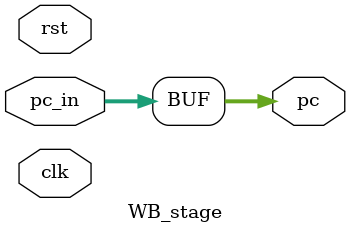
<source format=v>
module WB_stage(
    input clk, rst,
    input[31:0] pc_in,
    output[31:0] pc
);

assign pc = pc_in;

endmodule
</source>
